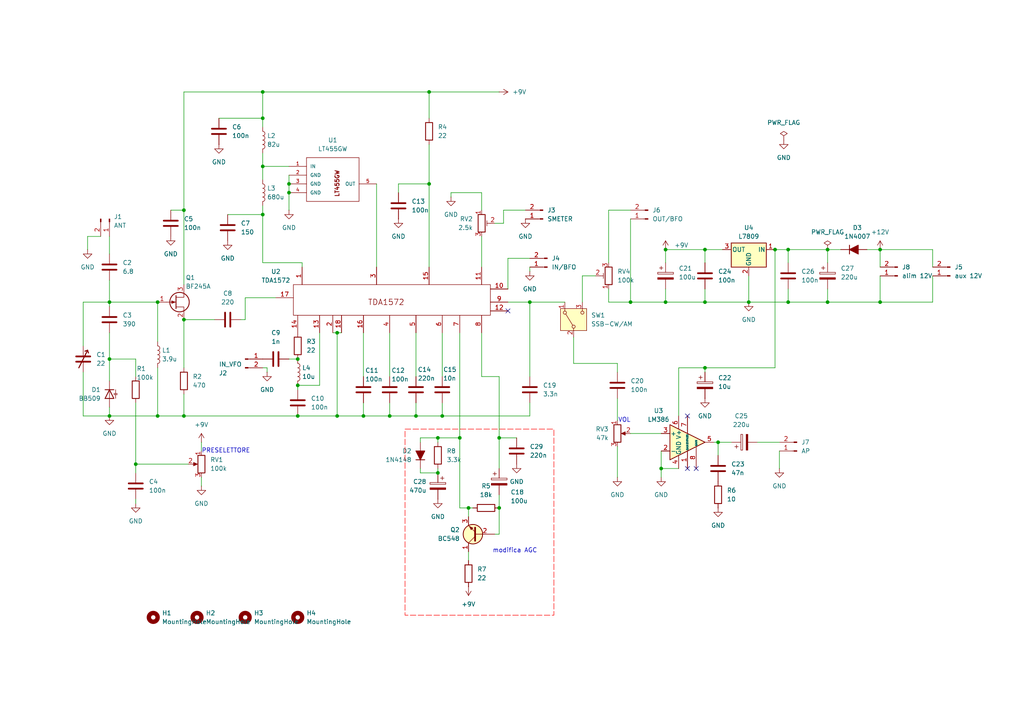
<source format=kicad_sch>
(kicad_sch (version 20250114) (generator "eeschema") (generator_version "9.0")
  (paper "A4")
  (lib_symbols
    (symbol "Amplifier_Audio:LM386" (pin_names (offset 0.127))
      (property "Reference" "U" (at 1.27 7.62 0))
      (property "Value" "LM386" (at 1.27 5.08 0))
      (symbol "LM386_1_1"
        (pin input line (at -7.62 2.54 0) (length 2.54) (name "+") (number "3"))
        (pin input line (at -7.62 -2.54 0) (length 2.54) (name "-") (number "2"))
        (pin power_in line (at -2.54 7.62 270) (length 3.81) (name "V+") (number "6"))
        (pin power_in line (at -2.54 -7.62 90) (length 3.81) (name "GND") (number "4"))
        (pin input line (at 0 7.62 270) (length 5.08) (name "BYPASS") (number "7"))
        (pin input line (at 0 -7.62 90) (length 5.08) (name "GAIN") (number "1"))
        (pin input line (at 2.54 -7.62 90) (length 6.35) (name "GAIN") (number "8"))
        (pin output line (at 7.62 0 180) (length 2.54) (name "~") (number "5"))
      )
    )
    (symbol "Connector:Conn_01x02_Pin" (pin_names (offset 1.016) (hide yes))
      (property "Reference" "J" (at 0 2.54 0))
      (property "Value" "Conn_01x02_Pin" (at 0 -5.08 0))
      (symbol "Conn_01x02_Pin_1_1"
        (pin passive line (at 5.08 0 180) (length 3.81) (name "Pin_1") (number "1"))
        (pin passive line (at 5.08 -2.54 180) (length 3.81) (name "Pin_2") (number "2"))
      )
    )
    (symbol "Device:C" (pin_numbers (hide yes)) (pin_names (offset 0.254))
      (property "Reference" "C" (at 0.635 2.54 0))
      (property "Value" "C" (at 0.635 -2.54 0))
      (symbol "C_1_1"
        (pin passive line (at 0 3.81 270) (length 2.794) (name "~") (number "1"))
        (pin passive line (at 0 -3.81 90) (length 2.794) (name "~") (number "2"))
      )
    )
    (symbol "Device:C_Polarized" (pin_numbers (hide yes)) (pin_names (offset 0.254))
      (property "Reference" "C" (at 0.635 2.54 0))
      (property "Value" "C_Polarized" (at 0.635 -2.54 0))
      (symbol "C_Polarized_1_1"
        (pin passive line (at 0 3.81 270) (length 2.794) (name "~") (number "1"))
        (pin passive line (at 0 -3.81 90) (length 2.794) (name "~") (number "2"))
      )
    )
    (symbol "Device:C_Variable" (pin_numbers (hide yes)) (pin_names (offset 0.254) (hide yes))
      (property "Reference" "C" (at 0.635 -1.905 0))
      (property "Value" "C_Variable" (at 0.635 -3.81 0))
      (symbol "C_Variable_1_1"
        (pin passive line (at 0 3.81 270) (length 3.048) (name "~") (number "1"))
        (pin passive line (at 0 -3.81 90) (length 3.048) (name "~") (number "2"))
      )
    )
    (symbol "Device:D_Capacitance" (pin_numbers (hide yes)) (pin_names (offset 1.016) (hide yes))
      (property "Reference" "D" (at 0 2.54 0))
      (property "Value" "D_Capacitance" (at 0 -3.302 0))
      (symbol "D_Capacitance_1_1"
        (pin passive line (at -3.81 0 0) (length 2.54) (name "K") (number "1"))
        (pin passive line (at 3.81 0 180) (length 2.54) (name "A") (number "2"))
      )
    )
    (symbol "Device:L" (pin_numbers (hide yes)) (pin_names (offset 1.016) (hide yes))
      (property "Reference" "L" (at -1.27 0 90))
      (property "Value" "L" (at 1.905 0 90))
      (symbol "L_1_1"
        (pin passive line (at 0 3.81 270) (length 1.27) (name "1") (number "1"))
        (pin passive line (at 0 -3.81 90) (length 1.27) (name "2") (number "2"))
      )
    )
    (symbol "Device:R" (pin_numbers (hide yes)) (pin_names (offset 0))
      (property "Reference" "R" (at 2.032 0 90))
      (property "Value" "R" (at 0 0 90))
      (symbol "R_1_1"
        (pin passive line (at 0 3.81 270) (length 1.27) (name "~") (number "1"))
        (pin passive line (at 0 -3.81 90) (length 1.27) (name "~") (number "2"))
      )
    )
    (symbol "Device:R_Potentiometer" (pin_names (offset 1.016) (hide yes))
      (property "Reference" "RV" (at -4.445 0 90))
      (property "Value" "R_Potentiometer" (at -2.54 0 90))
      (symbol "R_Potentiometer_1_1"
        (pin passive line (at 0 3.81 270) (length 1.27) (name "1") (number "1"))
        (pin passive line (at 0 -3.81 90) (length 1.27) (name "3") (number "3"))
        (pin passive line (at 3.81 0 180) (length 1.27) (name "2") (number "2"))
      )
    )
    (symbol "Device:R_Potentiometer_Trim" (pin_names (offset 1.016) (hide yes))
      (property "Reference" "RV" (at -4.445 0 90))
      (property "Value" "R_Potentiometer_Trim" (at -2.54 0 90))
      (symbol "R_Potentiometer_Trim_1_1"
        (pin passive line (at 0 3.81 270) (length 1.27) (name "1") (number "1"))
        (pin passive line (at 0 -3.81 90) (length 1.27) (name "3") (number "3"))
        (pin passive line (at 3.81 0 180) (length 1.27) (name "2") (number "2"))
      )
    )
    (symbol "Mechanical:MountingHole" (pin_names (offset 1.016)) (exclude_from_sim yes) (in_bom no)
      (property "Reference" "H" (at 0 5.08 0))
      (property "Value" "MountingHole" (at 0 3.175 0))
    )
    (symbol "PCM_Diode_AKL:1N4007" (pin_numbers (hide yes)) (pin_names (offset 1.016) (hide yes))
      (property "Reference" "D" (at 0 5.08 0))
      (property "Value" "1N4007" (at 0 2.54 0))
      (symbol "1N4007_1_1"
        (pin passive line (at -3.81 0 0) (length 2.54) (name "A") (number "2"))
        (pin passive line (at 3.81 0 180) (length 2.54) (name "K") (number "1"))
      )
      (symbol "1N4007_1_2"
        (pin passive line (at -2.54 -2.54 0) (length 0) (name "A") (number "2"))
        (pin passive line (at 2.54 2.54 180) (length 0) (name "K") (number "1"))
      )
    )
    (symbol "PCM_Diode_AKL:1N4148" (pin_numbers (hide yes)) (pin_names (offset 1.016) (hide yes))
      (property "Reference" "D" (at 0 5.08 0))
      (property "Value" "1N4148" (at 0 2.54 0))
      (symbol "1N4148_1_1"
        (pin passive line (at -3.81 0 0) (length 2.54) (name "A") (number "2"))
        (pin passive line (at 3.81 0 180) (length 2.54) (name "K") (number "1"))
      )
      (symbol "1N4148_1_2"
        (pin passive line (at -2.54 -2.54 0) (length 0) (name "A") (number "2"))
        (pin passive line (at 2.54 2.54 180) (length 0) (name "K") (number "1"))
      )
    )
    (symbol "PCM_Transistor_BJT_AKL:BC548" (pin_names (hide yes))
      (property "Reference" "Q" (at 5.08 1.27 0))
      (property "Value" "BC548" (at 5.08 -1.27 0))
      (symbol "BC548_1_1"
        (pin input line (at -5.08 0 0) (length 5.715) (name "B") (number "2"))
        (pin passive line (at 2.54 5.08 270) (length 2.54) (name "C") (number "1"))
        (pin passive line (at 2.54 -5.08 90) (length 2.54) (name "E") (number "3"))
      )
    )
    (symbol "Regulator_Linear:L7809" (pin_names (offset 0.254))
      (property "Reference" "U" (at -3.81 3.175 0))
      (property "Value" "L7809" (at 0 3.175 0))
      (symbol "L7809_1_1"
        (pin power_in line (at -7.62 0 0) (length 2.54) (name "IN") (number "1"))
        (pin power_in line (at 0 -7.62 90) (length 2.54) (name "GND") (number "2"))
        (pin power_out line (at 7.62 0 180) (length 2.54) (name "OUT") (number "3"))
      )
    )
    (symbol "Switch:SW_SPDT" (pin_names (offset 0) (hide yes))
      (property "Reference" "SW" (at 0 5.08 0))
      (property "Value" "SW_SPDT" (at 0 -5.08 0))
      (symbol "SW_SPDT_1_1"
        (pin passive line (at -5.08 0 0) (length 2.54) (name "B") (number "2"))
        (pin passive line (at 5.08 2.54 180) (length 2.54) (name "A") (number "1"))
        (pin passive line (at 5.08 -2.54 180) (length 2.54) (name "C") (number "3"))
      )
    )
    (symbol "Transistor_FET:BF245A" (pin_names (hide yes))
      (property "Reference" "Q" (at 5.08 1.905 0))
      (property "Value" "BF245A" (at 5.08 0 0))
      (symbol "BF245A_1_1"
        (pin input line (at -5.08 0 0) (length 2.54) (name "G") (number "1"))
        (pin passive line (at 2.54 5.08 270) (length 2.54) (name "D") (number "3"))
        (pin passive line (at 2.54 -5.08 90) (length 2.54) (name "S") (number "2"))
      )
    )
    (symbol "kicad_Filtri455_1:LT455GW" (pin_names (offset 1.016))
      (property "Reference" "U" (at 0 10.16 0))
      (property "Value" "LT455GW" (at 0 15.24 0))
      (symbol "LT455GW_1_1"
        (text "LT455GW" (at 1.27 -3.81 900) (effects (font (size 1.1684 1.1684) (bold yes)) (justify left)))
        (pin input line (at -12.7 5.08 0) (length 5.08) (name "IN") (number "1"))
        (pin input line (at -12.7 2.54 0) (length 5.08) (name "GND") (number "2"))
        (pin input line (at -12.7 0 0) (length 5.08) (name "GND") (number "3"))
        (pin input line (at -12.7 -2.54 0) (length 5.08) (name "GND") (number "4"))
        (pin input line (at 12.7 0 180) (length 5.08) (name "OUT") (number "5"))
      )
    )
    (symbol "kicad_TDA1572:TDA1572" (pin_names (offset 1.016) (hide yes))
      (property "Reference" "U1" (at -35.56 7.5886 0))
      (property "Value" "TDA1572" (at -35.56 5.0486 0))
      (symbol "TDA1572_1_1"
        (text "TDA1572" (at -8.89 -1.27 0) (effects (font (size 1.6256 1.6256)) (justify left)))
        (pin input line (at -35.56 0 0) (length 5.08) (name "17") (number "17"))
        (pin input line (at -29.21 -10.16 90) (length 5.08) (name "14") (number "14"))
        (pin input line (at -27.94 8.89 270) (length 5.08) (name "1") (number "1"))
        (pin input line (at -22.86 -10.16 90) (length 5.08) (name "13") (number "13"))
        (pin input line (at -19.05 -10.16 90) (length 5.08) (name "2") (number "2"))
        (pin input line (at -16.51 -10.16 90) (length 5.08) (name "18") (number "18"))
        (pin input line (at -10.16 -10.16 90) (length 5.08) (name "16") (number "16"))
        (pin input line (at -6.35 8.89 270) (length 5.08) (name "3") (number "3"))
        (pin input line (at -2.54 -10.16 90) (length 5.08) (name "4") (number "4"))
        (pin input line (at 5.08 -10.16 90) (length 5.08) (name "5") (number "5"))
        (pin input line (at 8.89 8.89 270) (length 5.08) (name "15") (number "15"))
        (pin input line (at 12.7 -10.16 90) (length 5.08) (name "6") (number "6"))
        (pin input line (at 17.78 -10.16 90) (length 5.08) (name "7") (number "7"))
        (pin input line (at 24.13 8.89 270) (length 5.08) (name "11") (number "11"))
        (pin input line (at 24.13 -10.16 90) (length 5.08) (name "8") (number "8"))
        (pin input line (at 31.75 2.54 180) (length 5.08) (name "10") (number "10"))
        (pin input line (at 31.75 -1.27 180) (length 5.08) (name "9") (number "9"))
        (pin input line (at 31.75 -3.81 180) (length 5.08) (name "12") (number "12"))
      )
    )
    (symbol "power:+12V" (power) (pin_numbers (hide yes)) (pin_names (offset 0) (hide yes))
      (property "Value" "+12V" (at 0 3.556 0))
      (symbol "+12V_1_1"
        (pin power_in line (at 0 0 90) (length 0) (name "~") (number "1"))
      )
    )
    (symbol "power:+9V" (power) (pin_numbers (hide yes)) (pin_names (offset 0) (hide yes))
      (property "Value" "+9V" (at 0 3.556 0))
      (symbol "+9V_1_1"
        (pin power_in line (at 0 0 90) (length 0) (name "~") (number "1"))
      )
    )
    (symbol "power:GND" (power) (pin_numbers (hide yes)) (pin_names (offset 0) (hide yes))
      (property "Value" "GND" (at 0 -3.81 0))
      (symbol "GND_1_1"
        (pin power_in line (at 0 0 270) (length 0) (name "~") (number "1"))
      )
    )
    (symbol "power:PWR_FLAG" (power) (pin_numbers (hide yes)) (pin_names (offset 0) (hide yes))
      (property "Value" "PWR_FLAG" (at 0 3.81 0))
      (symbol "PWR_FLAG_0_0"
        (pin power_out line (at 0 0 90) (length 0) (name "~") (number "1"))
      )
    )
  )
  (rectangle (start 117.475 124.46) (end 160.655 178.435) (stroke (width 0) (type dash) (color 255 0 0 1)))
  (text "modifica AGC" (at 149.352 159.766 0) (effects (font (size 1.27 1.27))))
  (text "PRESELETTORE" (at 65.532 130.81 0) (effects (font (size 1.27 1.27))))
  (text "VOL" (at 181.102 121.92 0) (effects (font (size 1.27 1.27))))
  (junction (at 193.04 72.39))
  (junction (at 97.79 120.65))
  (junction (at 53.34 60.96))
  (junction (at 204.47 72.39))
  (junction (at 45.72 87.63))
  (junction (at 240.03 72.39))
  (junction (at 31.75 104.14))
  (junction (at 224.79 72.39))
  (junction (at 76.2 48.26))
  (junction (at 217.17 87.63))
  (junction (at 31.75 87.63))
  (junction (at 31.75 120.65))
  (junction (at 86.36 111.76))
  (junction (at 124.46 53.34))
  (junction (at 135.89 147.32))
  (junction (at 191.77 135.89))
  (junction (at 204.47 106.68))
  (junction (at 86.36 104.14))
  (junction (at 240.03 87.63))
  (junction (at 204.47 87.63))
  (junction (at 208.28 128.27))
  (junction (at 128.27 120.65))
  (junction (at 53.34 120.65))
  (junction (at 124.46 26.67))
  (junction (at 127 137.16))
  (junction (at 76.2 34.29))
  (junction (at 76.2 26.67))
  (junction (at 228.6 87.63))
  (junction (at 120.65 120.65))
  (junction (at 45.72 120.65))
  (junction (at 83.82 53.34))
  (junction (at 193.04 87.63))
  (junction (at 83.82 55.88))
  (junction (at 144.78 147.32))
  (junction (at 255.27 87.63))
  (junction (at 255.27 72.39))
  (junction (at 97.79 96.52))
  (junction (at 133.35 127))
  (junction (at 228.6 72.39))
  (junction (at 39.37 134.62))
  (junction (at 153.67 87.63))
  (junction (at 144.78 127))
  (junction (at 127 127))
  (junction (at 105.41 120.65))
  (junction (at 53.34 92.71))
  (junction (at 113.03 120.65))
  (junction (at 86.36 120.65))
  (junction (at 182.88 87.63))
  (junction (at 76.2 62.23))
  (no_connect (at 147.32 90.17))
  (no_connect (at 201.93 135.89))
  (no_connect (at 199.39 135.89))
  (no_connect (at 199.39 120.65))
  (wire (pts (xy 76.2 76.2) (xy 76.2 62.23)))
  (wire (pts (xy 166.37 97.79) (xy 166.37 105.41)))
  (wire (pts (xy 139.7 68.58) (xy 139.7 77.47)))
  (wire (pts (xy 176.53 83.82) (xy 176.53 87.63)))
  (wire (pts (xy 128.27 116.84) (xy 128.27 120.65)))
  (wire (pts (xy 66.04 62.23) (xy 76.2 62.23)))
  (wire (pts (xy 31.75 96.52) (xy 31.75 104.14)))
  (wire (pts (xy 113.03 96.52) (xy 113.03 109.22)))
  (wire (pts (xy 204.47 72.39) (xy 204.47 76.2)))
  (wire (pts (xy 176.53 87.63) (xy 182.88 87.63)))
  (wire (pts (xy 24.13 87.63) (xy 31.75 87.63)))
  (wire (pts (xy 39.37 134.62) (xy 39.37 137.16)))
  (wire (pts (xy 76.2 26.67) (xy 76.2 34.29)))
  (wire (pts (xy 153.67 116.84) (xy 153.67 120.65)))
  (wire (pts (xy 115.57 53.34) (xy 124.46 53.34)))
  (wire (pts (xy 76.2 44.45) (xy 76.2 48.26)))
  (wire (pts (xy 124.46 34.29) (xy 124.46 26.67)))
  (wire (pts (xy 115.57 55.88) (xy 115.57 53.34)))
  (wire (pts (xy 179.07 138.43) (xy 179.07 129.54)))
  (wire (pts (xy 153.67 87.63) (xy 163.83 87.63)))
  (wire (pts (xy 124.46 26.67) (xy 144.78 26.67)))
  (wire (pts (xy 144.78 143.51) (xy 144.78 147.32)))
  (wire (pts (xy 39.37 104.14) (xy 39.37 109.22)))
  (wire (pts (xy 240.03 72.39) (xy 240.03 76.2)))
  (wire (pts (xy 204.47 72.39) (xy 209.55 72.39)))
  (wire (pts (xy 53.34 120.65) (xy 86.36 120.65)))
  (wire (pts (xy 39.37 144.78) (xy 39.37 146.05)))
  (wire (pts (xy 53.34 82.55) (xy 53.34 60.96)))
  (wire (pts (xy 45.72 120.65) (xy 53.34 120.65)))
  (wire (pts (xy 204.47 106.68) (xy 224.79 106.68)))
  (wire (pts (xy 25.4 72.39) (xy 25.4 68.58)))
  (wire (pts (xy 31.75 104.14) (xy 39.37 104.14)))
  (wire (pts (xy 127 127) (xy 133.35 127)))
  (wire (pts (xy 144.78 147.32) (xy 144.78 154.94)))
  (wire (pts (xy 53.34 114.3) (xy 53.34 120.65)))
  (wire (pts (xy 193.04 87.63) (xy 204.47 87.63)))
  (wire (pts (xy 182.88 87.63) (xy 193.04 87.63)))
  (wire (pts (xy 130.81 55.88) (xy 130.81 57.15)))
  (wire (pts (xy 133.35 96.52) (xy 133.35 127)))
  (wire (pts (xy 191.77 135.89) (xy 191.77 138.43)))
  (wire (pts (xy 77.47 107.95) (xy 77.47 106.68)))
  (wire (pts (xy 76.2 26.67) (xy 124.46 26.67)))
  (wire (pts (xy 24.13 107.95) (xy 24.13 120.65)))
  (wire (pts (xy 224.79 72.39) (xy 228.6 72.39)))
  (wire (pts (xy 191.77 130.81) (xy 191.77 135.89)))
  (wire (pts (xy 76.2 48.26) (xy 76.2 52.07)))
  (wire (pts (xy 153.67 78.74) (xy 153.67 77.47)))
  (wire (pts (xy 127 128.27) (xy 127 127)))
  (wire (pts (xy 45.72 120.65) (xy 31.75 120.65)))
  (wire (pts (xy 146.05 60.96) (xy 152.4 60.96)))
  (wire (pts (xy 124.46 41.91) (xy 124.46 53.34)))
  (wire (pts (xy 97.79 96.52) (xy 99.06 96.52)))
  (wire (pts (xy 228.6 87.63) (xy 240.03 87.63)))
  (wire (pts (xy 31.75 81.28) (xy 31.75 87.63)))
  (wire (pts (xy 168.91 80.01) (xy 172.72 80.01)))
  (wire (pts (xy 179.07 105.41) (xy 179.07 107.95)))
  (wire (pts (xy 179.07 115.57) (xy 179.07 121.92)))
  (wire (pts (xy 124.46 53.34) (xy 124.46 77.47)))
  (wire (pts (xy 45.72 87.63) (xy 31.75 87.63)))
  (wire (pts (xy 121.92 137.16) (xy 127 137.16)))
  (wire (pts (xy 120.65 120.65) (xy 128.27 120.65)))
  (wire (pts (xy 86.36 120.65) (xy 97.79 120.65)))
  (wire (pts (xy 24.13 100.33) (xy 24.13 87.63)))
  (wire (pts (xy 144.78 127) (xy 149.86 127)))
  (wire (pts (xy 133.35 127) (xy 133.35 147.32)))
  (wire (pts (xy 204.47 87.63) (xy 217.17 87.63)))
  (wire (pts (xy 121.92 128.27) (xy 121.92 127)))
  (wire (pts (xy 193.04 72.39) (xy 204.47 72.39)))
  (wire (pts (xy 139.7 96.52) (xy 139.7 109.22)))
  (wire (pts (xy 120.65 96.52) (xy 120.65 109.22)))
  (wire (pts (xy 240.03 87.63) (xy 255.27 87.63)))
  (wire (pts (xy 196.85 106.68) (xy 196.85 120.65)))
  (wire (pts (xy 24.13 120.65) (xy 31.75 120.65)))
  (wire (pts (xy 58.42 128.27) (xy 58.42 130.81)))
  (wire (pts (xy 146.05 64.77) (xy 143.51 64.77)))
  (wire (pts (xy 53.34 60.96) (xy 53.34 26.67)))
  (wire (pts (xy 217.17 87.63) (xy 228.6 87.63)))
  (wire (pts (xy 226.06 135.89) (xy 226.06 130.81)))
  (wire (pts (xy 113.03 116.84) (xy 113.03 120.65)))
  (wire (pts (xy 97.79 96.52) (xy 97.79 120.65)))
  (wire (pts (xy 135.89 160.02) (xy 135.89 162.56)))
  (wire (pts (xy 270.51 87.63) (xy 255.27 87.63)))
  (wire (pts (xy 191.77 135.89) (xy 196.85 135.89)))
  (wire (pts (xy 31.75 87.63) (xy 31.75 88.9)))
  (wire (pts (xy 83.82 104.14) (xy 86.36 104.14)))
  (wire (pts (xy 39.37 116.84) (xy 39.37 134.62)))
  (wire (pts (xy 204.47 83.82) (xy 204.47 87.63)))
  (wire (pts (xy 96.52 96.52) (xy 97.79 96.52)))
  (wire (pts (xy 228.6 72.39) (xy 228.6 76.2)))
  (wire (pts (xy 63.5 34.29) (xy 76.2 34.29)))
  (wire (pts (xy 86.36 111.76) (xy 92.71 111.76)))
  (wire (pts (xy 182.88 63.5) (xy 182.88 87.63)))
  (wire (pts (xy 128.27 120.65) (xy 153.67 120.65)))
  (wire (pts (xy 204.47 106.68) (xy 196.85 106.68)))
  (wire (pts (xy 86.36 111.76) (xy 86.36 113.03)))
  (wire (pts (xy 139.7 60.96) (xy 139.7 55.88)))
  (wire (pts (xy 83.82 60.96) (xy 83.82 55.88)))
  (wire (pts (xy 208.28 128.27) (xy 208.28 132.08)))
  (wire (pts (xy 144.78 109.22) (xy 144.78 127)))
  (wire (pts (xy 31.75 68.58) (xy 31.75 73.66)))
  (wire (pts (xy 176.53 60.96) (xy 176.53 76.2)))
  (wire (pts (xy 77.47 106.68) (xy 76.2 106.68)))
  (wire (pts (xy 92.71 96.52) (xy 92.71 111.76)))
  (wire (pts (xy 69.85 92.71) (xy 71.12 92.71)))
  (wire (pts (xy 128.27 96.52) (xy 128.27 109.22)))
  (wire (pts (xy 204.47 107.95) (xy 204.47 106.68)))
  (wire (pts (xy 121.92 127) (xy 127 127)))
  (wire (pts (xy 217.17 80.01) (xy 217.17 87.63)))
  (wire (pts (xy 39.37 134.62) (xy 54.61 134.62)))
  (wire (pts (xy 153.67 87.63) (xy 153.67 109.22)))
  (wire (pts (xy 144.78 127) (xy 144.78 135.89)))
  (wire (pts (xy 135.89 147.32) (xy 135.89 149.86)))
  (wire (pts (xy 228.6 83.82) (xy 228.6 87.63)))
  (wire (pts (xy 121.92 135.89) (xy 121.92 137.16)))
  (wire (pts (xy 139.7 55.88) (xy 130.81 55.88)))
  (wire (pts (xy 228.6 72.39) (xy 240.03 72.39)))
  (wire (pts (xy 240.03 72.39) (xy 243.84 72.39)))
  (wire (pts (xy 45.72 106.68) (xy 45.72 120.65)))
  (wire (pts (xy 224.79 106.68) (xy 224.79 72.39)))
  (wire (pts (xy 207.01 128.27) (xy 208.28 128.27)))
  (wire (pts (xy 127 135.89) (xy 127 137.16)))
  (wire (pts (xy 105.41 116.84) (xy 105.41 120.65)))
  (wire (pts (xy 76.2 48.26) (xy 83.82 48.26)))
  (wire (pts (xy 87.63 77.47) (xy 87.63 76.2)))
  (wire (pts (xy 193.04 72.39) (xy 193.04 76.2)))
  (wire (pts (xy 226.06 128.27) (xy 219.71 128.27)))
  (wire (pts (xy 113.03 120.65) (xy 120.65 120.65)))
  (wire (pts (xy 76.2 34.29) (xy 76.2 36.83)))
  (wire (pts (xy 193.04 83.82) (xy 193.04 87.63)))
  (wire (pts (xy 83.82 53.34) (xy 83.82 55.88)))
  (wire (pts (xy 139.7 109.22) (xy 144.78 109.22)))
  (wire (pts (xy 53.34 26.67) (xy 76.2 26.67)))
  (wire (pts (xy 146.05 64.77) (xy 146.05 60.96)))
  (wire (pts (xy 53.34 92.71) (xy 53.34 106.68)))
  (wire (pts (xy 53.34 92.71) (xy 62.23 92.71)))
  (wire (pts (xy 208.28 128.27) (xy 212.09 128.27)))
  (wire (pts (xy 166.37 105.41) (xy 179.07 105.41)))
  (wire (pts (xy 87.63 76.2) (xy 76.2 76.2)))
  (wire (pts (xy 71.12 92.71) (xy 71.12 86.36)))
  (wire (pts (xy 105.41 96.52) (xy 105.41 109.22)))
  (wire (pts (xy 251.46 72.39) (xy 255.27 72.39)))
  (wire (pts (xy 168.91 87.63) (xy 168.91 80.01)))
  (wire (pts (xy 270.51 77.47) (xy 270.51 72.39)))
  (wire (pts (xy 31.75 120.65) (xy 31.75 118.11)))
  (wire (pts (xy 270.51 72.39) (xy 255.27 72.39)))
  (wire (pts (xy 109.22 53.34) (xy 109.22 77.47)))
  (wire (pts (xy 182.88 125.73) (xy 191.77 125.73)))
  (wire (pts (xy 49.53 60.96) (xy 53.34 60.96)))
  (wire (pts (xy 58.42 138.43) (xy 58.42 140.97)))
  (wire (pts (xy 255.27 72.39) (xy 255.27 77.47)))
  (wire (pts (xy 153.67 74.93) (xy 147.32 74.93)))
  (wire (pts (xy 240.03 87.63) (xy 240.03 83.82)))
  (wire (pts (xy 133.35 147.32) (xy 135.89 147.32)))
  (wire (pts (xy 120.65 116.84) (xy 120.65 120.65)))
  (wire (pts (xy 97.79 120.65) (xy 105.41 120.65)))
  (wire (pts (xy 71.12 86.36) (xy 80.01 86.36)))
  (wire (pts (xy 83.82 50.8) (xy 83.82 53.34)))
  (wire (pts (xy 25.4 68.58) (xy 29.21 68.58)))
  (wire (pts (xy 147.32 74.93) (xy 147.32 83.82)))
  (wire (pts (xy 144.78 154.94) (xy 143.51 154.94)))
  (wire (pts (xy 45.72 87.63) (xy 45.72 99.06)))
  (wire (pts (xy 182.88 60.96) (xy 176.53 60.96)))
  (wire (pts (xy 76.2 59.69) (xy 76.2 62.23)))
  (wire (pts (xy 270.51 80.01) (xy 270.51 87.63)))
  (wire (pts (xy 31.75 104.14) (xy 31.75 110.49)))
  (wire (pts (xy 147.32 87.63) (xy 153.67 87.63)))
  (wire (pts (xy 255.27 80.01) (xy 255.27 87.63)))
  (wire (pts (xy 105.41 120.65) (xy 113.03 120.65)))
  (wire (pts (xy 137.16 147.32) (xy 135.89 147.32)))
  (symbol (lib_id "kicad_Filtri455_1:LT455GW") (at 96.52 53.34 0) (unit 1)
    (property "Reference" "U1" (at 96.52 40.64 0))
    (property "Value" "LT455GW" (at 96.52 43.18 0))
    (property "Footprint" "kicad_Filtri455_1:CFW455IT" (effects (hide yes)))
    (property "uuid" "std:e6ded330e0904479973b3006a3b7c82a" (effects (hide yes)))
  )
  (symbol (lib_id "Device:C") (at 204.47 80.01 0) (unit 1)
    (property "Reference" "C24" (at 208.28 78.7399 0) (effects (justify left)))
    (property "Value" "100n" (at 208.28 81.2799 0) (effects (justify left)))
    (property "Footprint" "Capacitor_THT:C_Rect_L9.0mm_W3.4mm_P7.50mm_MKT" (effects (hide yes)))
    (property "Description" "Unpolarized capacitor" (effects (hide yes)))
  )
  (symbol (lib_id "PCM_Diode_AKL:1N4148") (at 121.92 132.08 90) (mirror x) (unit 1)
    (property "Reference" "D2" (at 119.38 130.8099 90) (effects (justify left)))
    (property "Value" "1N4148" (at 119.38 133.3499 90) (effects (justify left)))
    (property "Footprint" "PCM_Diode_THT_AKL:D_DO-35_SOD27_P7.62mm_Horizontal" (effects (hide yes)))
    (property "Datasheet" "https://datasheet.octopart.com/1N4148TR-ON-Semiconductor-datasheet-42765246.pdf" (effects (hide yes)))
    (property "Description" "DO-35 Diode, Small Signal, Fast Switching, 75V, 150mA, 4ns, Alternate KiCad Library" (effects (hide yes)))
  )
  (symbol (lib_id "Device:R") (at 86.36 100.33 0) (unit 1)
    (property "Reference" "R3" (at 88.9 99.0599 0) (effects (justify left)))
    (property "Value" "22" (at 88.9 101.5999 0) (effects (justify left)))
    (property "Footprint" "Resistor_THT:R_Axial_DIN0207_L6.3mm_D2.5mm_P10.16mm_Horizontal" (effects (hide yes)))
    (property "Description" "Resistor" (effects (hide yes)))
  )
  (symbol (lib_id "power:GND") (at 49.53 68.58 0) (unit 1)
    (property "Reference" "#PWR04" (effects (hide yes)))
    (property "Value" "GND" (at 49.53 73.66 0))
    (property "Description" "Power symbol creates a global label with name \"GND\" , ground" (effects (hide yes)))
  )
  (symbol (lib_id "Device:C") (at 31.75 77.47 0) (unit 1)
    (property "Reference" "C2" (at 35.56 76.1999 0) (effects (justify left)))
    (property "Value" "6.8" (at 35.56 78.7399 0) (effects (justify left)))
    (property "Footprint" "Capacitor_THT:C_Rect_L9.0mm_W3.4mm_P7.50mm_MKT" (effects (hide yes)))
    (property "Description" "Unpolarized capacitor" (effects (hide yes)))
  )
  (symbol (lib_id "Connector:Conn_01x02_Pin") (at 231.14 130.81 180) (unit 1)
    (property "Reference" "J7" (at 232.41 128.2699 0) (effects (justify right)))
    (property "Value" "AP" (at 232.41 130.8099 0) (effects (justify right)))
    (property "Footprint" "Connector_PinHeader_2.54mm:PinHeader_1x02_P2.54mm_Vertical" (effects (hide yes)))
    (property "Description" "Generic connector, single row, 01x02, script generated" (effects (hide yes)))
  )
  (symbol (lib_id "Device:C") (at 49.53 64.77 0) (unit 1)
    (property "Reference" "C5" (at 53.34 63.4999 0) (effects (justify left)))
    (property "Value" "100n" (at 53.34 66.0399 0) (effects (justify left)))
    (property "Footprint" "Capacitor_THT:C_Rect_L9.0mm_W3.4mm_P7.50mm_MKT" (effects (hide yes)))
    (property "Description" "Unpolarized capacitor" (effects (hide yes)))
  )
  (symbol (lib_id "Device:C") (at 66.04 66.04 0) (unit 1)
    (property "Reference" "C7" (at 69.85 64.7699 0) (effects (justify left)))
    (property "Value" "150" (at 69.85 67.3099 0) (effects (justify left)))
    (property "Footprint" "Capacitor_THT:C_Rect_L9.0mm_W3.4mm_P7.50mm_MKT" (effects (hide yes)))
    (property "Description" "Unpolarized capacitor" (effects (hide yes)))
  )
  (symbol (lib_id "Device:R_Potentiometer") (at 58.42 134.62 0) (mirror y) (unit 1)
    (property "Reference" "RV1" (at 60.96 133.3499 0) (effects (justify right)))
    (property "Value" "100k" (at 60.96 135.8899 0) (effects (justify right)))
    (property "Footprint" "Potentiometer_THT:Potentiometer_Piher_PT-15-H01_Horizontal" (effects (hide yes)))
    (property "Description" "Potentiometer" (effects (hide yes)))
  )
  (symbol (lib_id "power:GND") (at 153.67 78.74 0) (unit 1)
    (property "Reference" "#PWR015" (effects (hide yes)))
    (property "Value" "GND" (at 153.67 83.82 0))
    (property "Description" "Power symbol creates a global label with name \"GND\" , ground" (effects (hide yes)))
  )
  (symbol (lib_id "power:GND") (at 25.4 72.39 0) (unit 1)
    (property "Reference" "#PWR01" (effects (hide yes)))
    (property "Value" "GND" (at 25.4 77.47 0))
    (property "Description" "Power symbol creates a global label with name \"GND\" , ground" (effects (hide yes)))
  )
  (symbol (lib_id "Switch:SW_SPDT") (at 166.37 92.71 90) (unit 1)
    (property "Reference" "SW1" (at 171.45 91.4399 90) (effects (justify right)))
    (property "Value" "SSB-CW/AM" (at 171.45 93.9799 90) (effects (justify right)))
    (property "Footprint" "Connector_PinHeader_2.54mm:PinHeader_1x03_P2.54mm_Vertical" (effects (hide yes)))
    (property "Description" "Switch, single pole double throw" (effects (hide yes)))
  )
  (symbol (lib_id "power:GND") (at 66.04 69.85 0) (unit 1)
    (property "Reference" "#PWR08" (effects (hide yes)))
    (property "Value" "GND" (at 66.04 74.93 0))
    (property "Description" "Power symbol creates a global label with name \"GND\" , ground" (effects (hide yes)))
  )
  (symbol (lib_id "Mechanical:MountingHole") (at 44.45 179.07 0) (unit 1) (exclude_from_sim yes) (in_bom no)
    (property "Reference" "H1" (at 46.99 177.7999 0) (effects (justify left)))
    (property "Value" "MountingHole" (at 46.99 180.3399 0) (effects (justify left)))
    (property "Footprint" "MountingHole:MountingHole_2.5mm_Pad" (effects (hide yes)))
    (property "Description" "Mounting Hole without connection" (effects (hide yes)))
  )
  (symbol (lib_id "power:GND") (at 130.81 57.15 0) (unit 1)
    (property "Reference" "#PWR012" (effects (hide yes)))
    (property "Value" "GND" (at 130.81 62.23 0))
    (property "Description" "Power symbol creates a global label with name \"GND\" , ground" (effects (hide yes)))
  )
  (symbol (lib_id "Mechanical:MountingHole") (at 86.36 179.07 0) (unit 1) (exclude_from_sim yes) (in_bom no)
    (property "Reference" "H4" (at 88.9 177.7999 0) (effects (justify left)))
    (property "Value" "MountingHole" (at 88.9 180.3399 0) (effects (justify left)))
    (property "Footprint" "MountingHole:MountingHole_2.5mm_Pad" (effects (hide yes)))
    (property "Description" "Mounting Hole without connection" (effects (hide yes)))
  )
  (symbol (lib_id "power:+9V") (at 193.04 72.39 0) (unit 1)
    (property "Reference" "#PWR018" (effects (hide yes)))
    (property "Value" "+9V" (at 195.58 71.1199 0) (effects (justify left)))
    (property "Description" "Power symbol creates a global label with name \"+9V\"" (effects (hide yes)))
  )
  (symbol (lib_id "Device:C") (at 63.5 38.1 0) (unit 1)
    (property "Reference" "C6" (at 67.31 36.8299 0) (effects (justify left)))
    (property "Value" "100n" (at 67.31 39.3699 0) (effects (justify left)))
    (property "Footprint" "Capacitor_THT:C_Rect_L9.0mm_W3.4mm_P7.50mm_MKT" (effects (hide yes)))
    (property "Description" "Unpolarized capacitor" (effects (hide yes)))
  )
  (symbol (lib_id "Device:R") (at 135.89 166.37 180) (unit 1)
    (property "Reference" "R7" (at 138.43 165.0999 0) (effects (justify right)))
    (property "Value" "22" (at 138.43 167.6399 0) (effects (justify right)))
    (property "Footprint" "Resistor_THT:R_Axial_DIN0207_L6.3mm_D2.5mm_P10.16mm_Horizontal" (effects (hide yes)))
    (property "Description" "Resistor" (effects (hide yes)))
  )
  (symbol (lib_id "Device:C_Polarized") (at 240.03 80.01 0) (unit 1)
    (property "Reference" "C27" (at 243.84 77.8509 0) (effects (justify left)))
    (property "Value" "220u" (at 243.84 80.3909 0) (effects (justify left)))
    (property "Footprint" "Capacitor_THT:CP_Radial_D8.0mm_P5.00mm" (effects (hide yes)))
    (property "Description" "Polarized capacitor" (effects (hide yes)))
  )
  (symbol (lib_id "Device:R") (at 140.97 147.32 90) (unit 1)
    (property "Reference" "R5" (at 140.97 140.97 90))
    (property "Value" "18k" (at 140.97 143.51 90))
    (property "Footprint" "Resistor_THT:R_Axial_DIN0207_L6.3mm_D2.5mm_P10.16mm_Horizontal" (effects (hide yes)))
    (property "Description" "Resistor" (effects (hide yes)))
  )
  (symbol (lib_id "Device:L") (at 76.2 55.88 0) (unit 1)
    (property "Reference" "L3" (at 77.47 54.6099 0) (effects (justify left)))
    (property "Value" "680u" (at 77.47 57.1499 0) (effects (justify left)))
    (property "Footprint" "Inductor_THT:L_Axial_L7.0mm_D3.3mm_P12.70mm_Horizontal_Fastron_MICC" (effects (hide yes)))
    (property "Description" "Inductor" (effects (hide yes)))
  )
  (symbol (lib_id "power:GND") (at 58.42 140.97 0) (unit 1)
    (property "Reference" "#PWR06" (effects (hide yes)))
    (property "Value" "GND" (at 58.42 146.05 0))
    (property "Description" "Power symbol creates a global label with name \"GND\" , ground" (effects (hide yes)))
  )
  (symbol (lib_id "power:GND") (at 152.4 63.5 0) (unit 1)
    (property "Reference" "#PWR014" (effects (hide yes)))
    (property "Value" "GND" (at 152.4 68.58 0))
    (property "Description" "Power symbol creates a global label with name \"GND\" , ground" (effects (hide yes)))
  )
  (symbol (lib_id "power:GND") (at 226.06 135.89 0) (unit 1)
    (property "Reference" "#PWR022" (effects (hide yes)))
    (property "Value" "GND" (at 226.06 140.97 0))
    (property "Description" "Power symbol creates a global label with name \"GND\" , ground" (effects (hide yes)))
  )
  (symbol (lib_id "power:+12V") (at 255.27 72.39 0) (unit 1)
    (property "Reference" "#PWR024" (effects (hide yes)))
    (property "Value" "+12V" (at 255.27 67.31 0))
    (property "Description" "Power symbol creates a global label with name \"+12V\"" (effects (hide yes)))
  )
  (symbol (lib_id "Device:R") (at 208.28 143.51 0) (unit 1)
    (property "Reference" "R6" (at 210.82 142.2399 0) (effects (justify left)))
    (property "Value" "10" (at 210.82 144.7799 0) (effects (justify left)))
    (property "Footprint" "Resistor_THT:R_Axial_DIN0207_L6.3mm_D2.5mm_P10.16mm_Horizontal" (effects (hide yes)))
    (property "Description" "Resistor" (effects (hide yes)))
  )
  (symbol (lib_id "Device:C_Polarized") (at 127 140.97 0) (mirror y) (unit 1)
    (property "Reference" "C28" (at 123.698 139.7 0) (effects (justify left)))
    (property "Value" "470u" (at 123.698 142.24 0) (effects (justify left)))
    (property "Footprint" "Capacitor_THT:CP_Radial_D8.0mm_P5.00mm" (effects (hide yes)))
    (property "Description" "Polarized capacitor" (effects (hide yes)))
  )
  (symbol (lib_id "Connector:Conn_01x02_Pin") (at 187.96 63.5 180) (unit 1)
    (property "Reference" "J6" (at 189.23 60.9599 0) (effects (justify right)))
    (property "Value" "OUT/BFO" (at 189.23 63.4999 0) (effects (justify right)))
    (property "Footprint" "Connector_PinHeader_2.54mm:PinHeader_1x02_P2.54mm_Vertical" (effects (hide yes)))
    (property "Description" "Generic connector, single row, 01x02, script generated" (effects (hide yes)))
  )
  (symbol (lib_id "Regulator_Linear:L7809") (at 217.17 72.39 0) (mirror y) (unit 1)
    (property "Reference" "U4" (at 217.17 66.04 0))
    (property "Value" "L7809" (at 217.17 68.58 0))
    (property "Footprint" "Package_TO_SOT_THT:TO-220-3_Vertical" (effects (hide yes)))
    (property "Datasheet" "http://www.st.com/content/ccc/resource/technical/document/datasheet/41/4f/b3/b0/12/d4/47/88/CD00000444.pdf/files/CD00000444.pdf/jcr:content/translations/en.CD00000444.pdf" (effects (hide yes)))
    (property "Description" "Positive 1.5A 35V Linear Regulator, Fixed Output 9V, TO-220/TO-263/TO-252" (effects (hide yes)))
  )
  (symbol (lib_id "power:GND") (at 191.77 138.43 0) (unit 1)
    (property "Reference" "#PWR017" (effects (hide yes)))
    (property "Value" "GND" (at 191.77 143.51 0))
    (property "Description" "Power symbol creates a global label with name \"GND\" , ground" (effects (hide yes)))
  )
  (symbol (lib_id "Device:C") (at 128.27 113.03 180) (unit 1)
    (property "Reference" "C15" (at 128.524 107.188 0) (effects (justify right)))
    (property "Value" "10n" (at 128.524 109.728 0) (effects (justify right)))
    (property "Footprint" "Capacitor_THT:C_Rect_L9.0mm_W3.4mm_P7.50mm_MKT" (effects (hide yes)))
    (property "Description" "Unpolarized capacitor" (effects (hide yes)))
  )
  (symbol (lib_id "power:PWR_FLAG") (at 240.03 72.39 0) (unit 1)
    (property "Reference" "#FLG02" (effects (hide yes)))
    (property "Value" "PWR_FLAG" (at 240.03 67.31 0))
    (property "Description" "Special symbol for telling ERC where power comes from" (effects (hide yes)))
  )
  (symbol (lib_id "Device:C") (at 153.67 113.03 0) (unit 1)
    (property "Reference" "C19" (at 157.48 111.7599 0) (effects (justify left)))
    (property "Value" "3.3n" (at 157.48 114.2999 0) (effects (justify left)))
    (property "Footprint" "Capacitor_THT:C_Rect_L9.0mm_W3.4mm_P7.50mm_MKT" (effects (hide yes)))
    (property "Description" "Unpolarized capacitor" (effects (hide yes)))
  )
  (symbol (lib_id "Device:R_Potentiometer_Trim") (at 176.53 80.01 180) (unit 1)
    (property "Reference" "RV4" (at 179.07 78.7399 0) (effects (justify right)))
    (property "Value" "100k" (at 179.07 81.2799 0) (effects (justify right)))
    (property "Footprint" "Potentiometer_THT:Potentiometer_Runtron_RM-065_Vertical" (effects (hide yes)))
    (property "Description" "Trim-potentiometer" (effects (hide yes)))
  )
  (symbol (lib_id "PCM_Transistor_BJT_AKL:BC548") (at 138.43 154.94 180) (unit 1)
    (property "Reference" "Q2" (at 133.35 153.6699 0) (effects (justify left)))
    (property "Value" "BC548" (at 133.35 156.2099 0) (effects (justify left)))
    (property "Footprint" "PCM_Package_TO_SOT_THT_AKL:TO-92_Inline_Wide_CBE" (effects (hide yes)))
    (property "Datasheet" "https://www.tme.eu/Document/6c5d898a533a0762c2bc33eb26c283a8/BC546-550-DTE.pdf" (effects (hide yes)))
    (property "Description" "NPN TO-92 transistor, 30V, 100mA, 500mW, Complementary to BC558, Alternate KiCAD Library" (effects (hide yes)))
  )
  (symbol (lib_id "power:GND") (at 83.82 60.96 0) (unit 1)
    (property "Reference" "#PWR010" (effects (hide yes)))
    (property "Value" "GND" (at 83.82 66.04 0))
    (property "Description" "Power symbol creates a global label with name \"GND\" , ground" (effects (hide yes)))
  )
  (symbol (lib_id "Device:C") (at 80.01 104.14 90) (unit 1)
    (property "Reference" "C9" (at 80.01 96.52 90))
    (property "Value" "1n" (at 80.01 99.06 90))
    (property "Footprint" "Capacitor_THT:C_Rect_L9.0mm_W3.4mm_P7.50mm_MKT" (effects (hide yes)))
    (property "Description" "Unpolarized capacitor" (effects (hide yes)))
  )
  (symbol (lib_id "Device:C_Polarized") (at 144.78 139.7 0) (unit 1)
    (property "Reference" "C18" (at 148.082 142.748 0) (effects (justify left)))
    (property "Value" "100u" (at 148.082 145.288 0) (effects (justify left)))
    (property "Footprint" "Capacitor_THT:CP_Radial_D8.0mm_P5.00mm" (effects (hide yes)))
    (property "Description" "Polarized capacitor" (effects (hide yes)))
  )
  (symbol (lib_id "kicad_TDA1572:TDA1572") (at 115.57 86.36 0) (unit 1)
    (property "Reference" "U2" (at 80.01 78.7714 0))
    (property "Value" "TDA1572" (at 80.01 81.3114 0))
    (property "Footprint" "Package_DIP:DIP-18_W7.62mm_Socket_LongPads" (effects (hide yes)))
    (property "uuid" "std:9fc87c955db547808f22ab612cbe2946" (effects (hide yes)))
  )
  (symbol (lib_id "Device:C") (at 86.36 116.84 180) (unit 1)
    (property "Reference" "C10" (at 90.17 115.5699 0) (effects (justify right)))
    (property "Value" "100n" (at 90.17 118.1099 0) (effects (justify right)))
    (property "Footprint" "Capacitor_THT:C_Rect_L9.0mm_W3.4mm_P7.50mm_MKT" (effects (hide yes)))
    (property "Description" "Unpolarized capacitor" (effects (hide yes)))
  )
  (symbol (lib_id "Device:C_Polarized") (at 215.9 128.27 90) (unit 1)
    (property "Reference" "C25" (at 215.011 120.65 90))
    (property "Value" "220u" (at 215.011 123.19 90))
    (property "Footprint" "Capacitor_THT:CP_Radial_D8.0mm_P5.00mm" (effects (hide yes)))
    (property "Description" "Polarized capacitor" (effects (hide yes)))
  )
  (symbol (lib_id "Device:R") (at 39.37 113.03 0) (unit 1)
    (property "Reference" "R1" (at 39.624 106.934 0) (effects (justify left)))
    (property "Value" "100k" (at 39.624 109.474 0) (effects (justify left)))
    (property "Footprint" "Resistor_THT:R_Axial_DIN0207_L6.3mm_D2.5mm_P10.16mm_Horizontal" (effects (hide yes)))
    (property "Description" "Resistor" (effects (hide yes)))
  )
  (symbol (lib_id "power:GND") (at 179.07 138.43 0) (unit 1)
    (property "Reference" "#PWR016" (effects (hide yes)))
    (property "Value" "GND" (at 179.07 143.51 0))
    (property "Description" "Power symbol creates a global label with name \"GND\" , ground" (effects (hide yes)))
  )
  (symbol (lib_id "Device:R") (at 124.46 38.1 0) (unit 1)
    (property "Reference" "R4" (at 127 36.8299 0) (effects (justify left)))
    (property "Value" "22" (at 127 39.3699 0) (effects (justify left)))
    (property "Footprint" "Resistor_THT:R_Axial_DIN0207_L6.3mm_D2.5mm_P10.16mm_Horizontal" (effects (hide yes)))
    (property "Description" "Resistor" (effects (hide yes)))
  )
  (symbol (lib_id "Device:C") (at 113.03 113.03 180) (unit 1)
    (property "Reference" "C12" (at 113.538 107.442 0) (effects (justify right)))
    (property "Value" "100n" (at 113.538 109.982 0) (effects (justify right)))
    (property "Footprint" "Capacitor_THT:C_Rect_L9.0mm_W3.4mm_P7.50mm_MKT" (effects (hide yes)))
    (property "Description" "Unpolarized capacitor" (effects (hide yes)))
  )
  (symbol (lib_id "Device:C") (at 105.41 113.03 180) (unit 1)
    (property "Reference" "C11" (at 105.918 107.442 0) (effects (justify right)))
    (property "Value" "100n" (at 105.918 109.982 0) (effects (justify right)))
    (property "Footprint" "Capacitor_THT:C_Rect_L9.0mm_W3.4mm_P7.50mm_MKT" (effects (hide yes)))
    (property "Description" "Unpolarized capacitor" (effects (hide yes)))
  )
  (symbol (lib_id "Mechanical:MountingHole") (at 71.12 179.07 0) (unit 1) (exclude_from_sim yes) (in_bom no)
    (property "Reference" "H3" (at 73.66 177.7999 0) (effects (justify left)))
    (property "Value" "MountingHole" (at 73.66 180.3399 0) (effects (justify left)))
    (property "Footprint" "MountingHole:MountingHole_2.5mm_Pad" (effects (hide yes)))
    (property "Description" "Mounting Hole without connection" (effects (hide yes)))
  )
  (symbol (lib_id "Device:R_Potentiometer") (at 179.07 125.73 0) (unit 1)
    (property "Reference" "RV3" (at 176.53 124.4599 0) (effects (justify right)))
    (property "Value" "47k" (at 176.53 126.9999 0) (effects (justify right)))
    (property "Footprint" "Potentiometer_THT:Potentiometer_Piher_PT-15-H01_Horizontal" (effects (hide yes)))
    (property "Description" "Potentiometer" (effects (hide yes)))
  )
  (symbol (lib_id "power:GND") (at 227.33 40.64 0) (unit 1)
    (property "Reference" "#PWR023" (effects (hide yes)))
    (property "Value" "GND" (at 227.33 45.72 0))
    (property "Description" "Power symbol creates a global label with name \"GND\" , ground" (effects (hide yes)))
  )
  (symbol (lib_id "power:GND") (at 208.28 147.32 0) (unit 1)
    (property "Reference" "#PWR020" (effects (hide yes)))
    (property "Value" "GND" (at 208.28 152.4 0))
    (property "Description" "Power symbol creates a global label with name \"GND\" , ground" (effects (hide yes)))
  )
  (symbol (lib_id "power:PWR_FLAG") (at 227.33 40.64 0) (unit 1)
    (property "Reference" "#FLG01" (effects (hide yes)))
    (property "Value" "PWR_FLAG" (at 227.33 35.56 0))
    (property "Description" "Special symbol for telling ERC where power comes from" (effects (hide yes)))
  )
  (symbol (lib_id "Device:C") (at 179.07 111.76 180) (unit 1)
    (property "Reference" "C20" (at 182.88 110.4899 0) (effects (justify right)))
    (property "Value" "100n" (at 182.88 113.0299 0) (effects (justify right)))
    (property "Footprint" "Capacitor_THT:C_Rect_L9.0mm_W3.4mm_P7.50mm_MKT" (effects (hide yes)))
    (property "Description" "Unpolarized capacitor" (effects (hide yes)))
  )
  (symbol (lib_id "power:GND") (at 77.47 107.95 0) (unit 1)
    (property "Reference" "#PWR09" (effects (hide yes)))
    (property "Value" "GND" (at 77.47 113.03 0))
    (property "Description" "Power symbol creates a global label with name \"GND\" , ground" (effects (hide yes)))
  )
  (symbol (lib_id "power:GND") (at 217.17 87.63 0) (unit 1)
    (property "Reference" "#PWR021" (effects (hide yes)))
    (property "Value" "GND" (at 217.17 92.71 0))
    (property "Description" "Power symbol creates a global label with name \"GND\" , ground" (effects (hide yes)))
  )
  (symbol (lib_id "Connector:Conn_01x02_Pin") (at 71.12 104.14 0) (unit 1)
    (property "Reference" "J2" (at 63.5 108.204 0) (effects (justify left)))
    (property "Value" "IN_VFO" (at 63.5 105.664 0) (effects (justify left)))
    (property "Footprint" "Connector_PinHeader_2.54mm:PinHeader_1x02_P2.54mm_Vertical" (effects (hide yes)))
    (property "Description" "Generic connector, single row, 01x02, script generated" (effects (hide yes)))
  )
  (symbol (lib_id "Device:R_Potentiometer_Trim") (at 139.7 64.77 0) (unit 1)
    (property "Reference" "RV2" (at 137.16 63.4999 0) (effects (justify right)))
    (property "Value" "2.5k" (at 137.16 66.0399 0) (effects (justify right)))
    (property "Footprint" "Potentiometer_THT:Potentiometer_Runtron_RM-065_Vertical" (effects (hide yes)))
    (property "Description" "Trim-potentiometer" (effects (hide yes)))
  )
  (symbol (lib_id "Device:C") (at 228.6 80.01 0) (unit 1)
    (property "Reference" "C26" (at 232.41 78.7399 0) (effects (justify left)))
    (property "Value" "100n" (at 232.41 81.2799 0) (effects (justify left)))
    (property "Footprint" "Capacitor_THT:C_Rect_L9.0mm_W3.4mm_P7.50mm_MKT" (effects (hide yes)))
    (property "Description" "Unpolarized capacitor" (effects (hide yes)))
  )
  (symbol (lib_id "Connector:Conn_01x02_Pin") (at 158.75 77.47 180) (unit 1)
    (property "Reference" "J4" (at 160.02 74.9299 0) (effects (justify right)))
    (property "Value" "IN/BFO" (at 160.02 77.4699 0) (effects (justify right)))
    (property "Footprint" "Connector_PinHeader_2.54mm:PinHeader_1x02_P2.54mm_Vertical" (effects (hide yes)))
    (property "Description" "Generic connector, single row, 01x02, script generated" (effects (hide yes)))
  )
  (symbol (lib_id "power:GND") (at 39.37 146.05 0) (unit 1)
    (property "Reference" "#PWR03" (effects (hide yes)))
    (property "Value" "GND" (at 39.37 151.13 0))
    (property "Description" "Power symbol creates a global label with name \"GND\" , ground" (effects (hide yes)))
  )
  (symbol (lib_id "Connector:Conn_01x02_Pin") (at 260.35 80.01 180) (unit 1)
    (property "Reference" "J8" (at 261.62 77.4699 0) (effects (justify right)))
    (property "Value" "alim 12V" (at 261.62 80.0099 0) (effects (justify right)))
    (property "Footprint" "Connector_PinHeader_2.54mm:PinHeader_1x02_P2.54mm_Vertical" (effects (hide yes)))
    (property "Description" "Generic connector, single row, 01x02, script generated" (effects (hide yes)))
  )
  (symbol (lib_id "power:GND") (at 115.57 63.5 0) (unit 1)
    (property "Reference" "#PWR011" (effects (hide yes)))
    (property "Value" "GND" (at 115.57 68.58 0))
    (property "Description" "Power symbol creates a global label with name \"GND\" , ground" (effects (hide yes)))
  )
  (symbol (lib_id "Device:L") (at 45.72 102.87 0) (unit 1)
    (property "Reference" "L1" (at 46.99 101.5999 0) (effects (justify left)))
    (property "Value" "3.9u" (at 46.99 104.1399 0) (effects (justify left)))
    (property "Footprint" "Inductor_THT:L_Axial_L7.0mm_D3.3mm_P12.70mm_Horizontal_Fastron_MICC" (effects (hide yes)))
    (property "Description" "Inductor" (effects (hide yes)))
  )
  (symbol (lib_id "power:GND") (at 63.5 41.91 0) (unit 1)
    (property "Reference" "#PWR07" (effects (hide yes)))
    (property "Value" "GND" (at 63.5 46.99 0))
    (property "Description" "Power symbol creates a global label with name \"GND\" , ground" (effects (hide yes)))
  )
  (symbol (lib_id "power:GND") (at 149.86 134.62 0) (unit 1)
    (property "Reference" "#PWR026" (effects (hide yes)))
    (property "Value" "GND" (at 149.86 139.7 0))
    (property "Description" "Power symbol creates a global label with name \"GND\" , ground" (effects (hide yes)))
  )
  (symbol (lib_id "Connector:Conn_01x02_Pin") (at 157.48 63.5 180) (unit 1)
    (property "Reference" "J3" (at 158.75 60.9599 0) (effects (justify right)))
    (property "Value" "SMETER" (at 158.75 63.4999 0) (effects (justify right)))
    (property "Footprint" "Connector_PinHeader_2.54mm:PinHeader_1x02_P2.54mm_Vertical" (effects (hide yes)))
    (property "Description" "Generic connector, single row, 01x02, script generated" (effects (hide yes)))
  )
  (symbol (lib_id "Device:R") (at 53.34 110.49 0) (unit 1)
    (property "Reference" "R2" (at 55.88 109.2199 0) (effects (justify left)))
    (property "Value" "470" (at 55.88 111.7599 0) (effects (justify left)))
    (property "Footprint" "Resistor_THT:R_Axial_DIN0207_L6.3mm_D2.5mm_P10.16mm_Horizontal" (effects (hide yes)))
    (property "Description" "Resistor" (effects (hide yes)))
  )
  (symbol (lib_id "Connector:Conn_01x02_Pin") (at 275.59 80.01 180) (unit 1)
    (property "Reference" "J5" (at 276.86 77.4699 0) (effects (justify right)))
    (property "Value" "aux 12V" (at 276.86 80.0099 0) (effects (justify right)))
    (property "Footprint" "Connector_PinHeader_2.54mm:PinHeader_1x02_P2.54mm_Vertical" (effects (hide yes)))
    (property "Description" "Generic connector, single row, 01x02, script generated" (effects (hide yes)))
  )
  (symbol (lib_id "Transistor_FET:BF245A") (at 50.8 87.63 0) (unit 1)
    (property "Reference" "Q1" (at 53.848 80.518 0) (effects (justify left)))
    (property "Value" "BF245A" (at 53.848 83.058 0) (effects (justify left)))
    (property "Footprint" "Package_TO_SOT_THT:TO-92_Inline_Wide" (effects (hide yes)))
    (property "Datasheet" "https://www.onsemi.com/pub/Collateral/BF245A-D.PDF" (effects (hide yes)))
    (property "Description" "50mA Id, 30V Vgs, N-Channel FET Transistor, TO-92" (effects (hide yes)))
  )
  (symbol (lib_id "power:+9V") (at 58.42 128.27 0) (unit 1)
    (property "Reference" "#PWR05" (effects (hide yes)))
    (property "Value" "+9V" (at 58.42 123.19 0))
    (property "Description" "Power symbol creates a global label with name \"+9V\"" (effects (hide yes)))
  )
  (symbol (lib_id "Amplifier_Audio:LM386") (at 199.39 128.27 0) (unit 1)
    (property "Reference" "U3" (at 191.008 119.126 0))
    (property "Value" "LM386" (at 191.008 121.666 0))
    (property "Footprint" "PCM_Package_DIP_AKL:DIP-8_W7.62mm_Socket_LongPads" (effects (hide yes)))
    (property "Datasheet" "http://www.ti.com/lit/ds/symlink/lm386.pdf" (effects (hide yes)))
    (property "Description" "Low Voltage Audio Power Amplifier, DIP-8/SOIC-8/SSOP-8" (effects (hide yes)))
  )
  (symbol (lib_id "Device:C_Polarized") (at 204.47 111.76 0) (unit 1)
    (property "Reference" "C22" (at 208.28 109.6009 0) (effects (justify left)))
    (property "Value" "10u" (at 208.28 112.1409 0) (effects (justify left)))
    (property "Footprint" "Capacitor_THT:CP_Radial_D5.0mm_P2.50mm" (effects (hide yes)))
    (property "Description" "Polarized capacitor" (effects (hide yes)))
  )
  (symbol (lib_id "power:+9V") (at 135.89 170.18 180) (unit 1)
    (property "Reference" "#PWR027" (effects (hide yes)))
    (property "Value" "+9V" (at 135.89 175.26 0))
    (property "Description" "Power symbol creates a global label with name \"+9V\"" (effects (hide yes)))
  )
  (symbol (lib_id "Device:C") (at 39.37 140.97 0) (unit 1)
    (property "Reference" "C4" (at 43.18 139.6999 0) (effects (justify left)))
    (property "Value" "100n" (at 43.18 142.2399 0) (effects (justify left)))
    (property "Footprint" "Capacitor_THT:C_Rect_L9.0mm_W3.4mm_P7.50mm_MKT" (effects (hide yes)))
    (property "Description" "Unpolarized capacitor" (effects (hide yes)))
  )
  (symbol (lib_id "Device:C") (at 149.86 130.81 0) (unit 1)
    (property "Reference" "C29" (at 153.67 129.5399 0) (effects (justify left)))
    (property "Value" "220n" (at 153.67 132.0799 0) (effects (justify left)))
    (property "Footprint" "Capacitor_THT:C_Rect_L9.0mm_W3.4mm_P7.50mm_MKT" (effects (hide yes)))
    (property "Description" "Unpolarized capacitor" (effects (hide yes)))
  )
  (symbol (lib_id "Device:C") (at 31.75 92.71 0) (unit 1)
    (property "Reference" "C3" (at 35.56 91.4399 0) (effects (justify left)))
    (property "Value" "390" (at 35.56 93.9799 0) (effects (justify left)))
    (property "Footprint" "Capacitor_THT:C_Rect_L9.0mm_W3.4mm_P7.50mm_MKT" (effects (hide yes)))
    (property "Description" "Unpolarized capacitor" (effects (hide yes)))
  )
  (symbol (lib_id "Device:C") (at 208.28 135.89 0) (unit 1)
    (property "Reference" "C23" (at 212.09 134.6199 0) (effects (justify left)))
    (property "Value" "47n" (at 212.09 137.1599 0) (effects (justify left)))
    (property "Footprint" "Capacitor_THT:C_Rect_L9.0mm_W3.4mm_P7.50mm_MKT" (effects (hide yes)))
    (property "Description" "Unpolarized capacitor" (effects (hide yes)))
  )
  (symbol (lib_id "Device:C") (at 66.04 92.71 90) (unit 1)
    (property "Reference" "C8" (at 66.04 85.09 90))
    (property "Value" "220" (at 66.04 87.63 90))
    (property "Footprint" "Capacitor_THT:C_Rect_L9.0mm_W3.4mm_P7.50mm_MKT" (effects (hide yes)))
    (property "Description" "Unpolarized capacitor" (effects (hide yes)))
  )
  (symbol (lib_id "Device:C") (at 120.65 113.03 180) (unit 1)
    (property "Reference" "C14" (at 121.158 107.188 0) (effects (justify right)))
    (property "Value" "220n" (at 121.158 109.728 0) (effects (justify right)))
    (property "Footprint" "Capacitor_THT:C_Rect_L9.0mm_W3.4mm_P7.50mm_MKT" (effects (hide yes)))
    (property "Description" "Unpolarized capacitor" (effects (hide yes)))
  )
  (symbol (lib_id "Device:L") (at 76.2 40.64 0) (unit 1)
    (property "Reference" "L2" (at 77.47 39.3699 0) (effects (justify left)))
    (property "Value" "82u" (at 77.47 41.9099 0) (effects (justify left)))
    (property "Footprint" "Inductor_THT:L_Axial_L7.0mm_D3.3mm_P12.70mm_Horizontal_Fastron_MICC" (effects (hide yes)))
    (property "Description" "Inductor" (effects (hide yes)))
  )
  (symbol (lib_id "Device:C_Variable") (at 24.13 104.14 0) (unit 1)
    (property "Reference" "C1" (at 27.94 102.8699 0) (effects (justify left)))
    (property "Value" "22" (at 27.94 105.4099 0) (effects (justify left)))
    (property "Footprint" "Capacitor_THT:C_Rect_L9.0mm_W3.4mm_P7.50mm_MKT" (effects (hide yes)))
    (property "Description" "Variable capacitor" (effects (hide yes)))
  )
  (symbol (lib_id "Connector:Conn_01x02_Pin") (at 31.75 63.5 270) (unit 1)
    (property "Reference" "J1" (at 33.02 62.8649 90) (effects (justify left)))
    (property "Value" "ANT" (at 33.02 65.4049 90) (effects (justify left)))
    (property "Footprint" "Connector_PinHeader_2.54mm:PinHeader_1x02_P2.54mm_Vertical" (effects (hide yes)))
    (property "Description" "Generic connector, single row, 01x02, script generated" (effects (hide yes)))
  )
  (symbol (lib_id "Device:C") (at 115.57 59.69 0) (unit 1)
    (property "Reference" "C13" (at 119.38 58.4199 0) (effects (justify left)))
    (property "Value" "100n" (at 119.38 60.9599 0) (effects (justify left)))
    (property "Footprint" "Capacitor_THT:C_Rect_L9.0mm_W3.4mm_P7.50mm_MKT" (effects (hide yes)))
    (property "Description" "Unpolarized capacitor" (effects (hide yes)))
  )
  (symbol (lib_id "PCM_Diode_AKL:1N4007") (at 247.65 72.39 180) (unit 1)
    (property "Reference" "D3" (at 248.666 66.04 0))
    (property "Value" "1N4007" (at 248.666 68.58 0))
    (property "Footprint" "PCM_Diode_THT_AKL:D_DO-41_SOD81_P7.62mm_Horizontal" (effects (hide yes)))
    (property "Datasheet" "https://www.tme.eu/Document/5f8ffc5ac30fc86bac97d66040bf5502/1n400x.pdf" (effects (hide yes)))
    (property "Description" "DO-41 Diode, Rectifier, 1000V, 1A, Alternate KiCad Library" (effects (hide yes)))
  )
  (symbol (lib_id "power:+9V") (at 144.78 26.67 270) (unit 1)
    (property "Reference" "#PWR013" (effects (hide yes)))
    (property "Value" "+9V" (at 148.59 26.6699 90) (effects (justify left)))
    (property "Description" "Power symbol creates a global label with name \"+9V\"" (effects (hide yes)))
  )
  (symbol (lib_id "Device:C_Polarized") (at 193.04 80.01 0) (unit 1)
    (property "Reference" "C21" (at 196.85 77.8509 0) (effects (justify left)))
    (property "Value" "100u" (at 196.85 80.3909 0) (effects (justify left)))
    (property "Footprint" "Capacitor_THT:CP_Radial_D8.0mm_P5.00mm" (effects (hide yes)))
    (property "Description" "Polarized capacitor" (effects (hide yes)))
  )
  (symbol (lib_id "power:GND") (at 31.75 120.65 0) (unit 1)
    (property "Reference" "#PWR02" (effects (hide yes)))
    (property "Value" "GND" (at 31.75 125.73 0))
    (property "Description" "Power symbol creates a global label with name \"GND\" , ground" (effects (hide yes)))
  )
  (symbol (lib_id "Mechanical:MountingHole") (at 57.15 179.07 0) (unit 1) (exclude_from_sim yes) (in_bom no)
    (property "Reference" "H2" (at 59.69 177.7999 0) (effects (justify left)))
    (property "Value" "MountingHole" (at 59.69 180.3399 0) (effects (justify left)))
    (property "Footprint" "MountingHole:MountingHole_2.5mm_Pad" (effects (hide yes)))
    (property "Description" "Mounting Hole without connection" (effects (hide yes)))
  )
  (symbol (lib_id "power:GND") (at 127 144.78 0) (unit 1)
    (property "Reference" "#PWR025" (effects (hide yes)))
    (property "Value" "GND" (at 127 149.86 0))
    (property "Description" "Power symbol creates a global label with name \"GND\" , ground" (effects (hide yes)))
  )
  (symbol (lib_id "Device:L") (at 86.36 107.95 0) (unit 1)
    (property "Reference" "L4" (at 87.63 106.6799 0) (effects (justify left)))
    (property "Value" "10u" (at 87.63 109.2199 0) (effects (justify left)))
    (property "Footprint" "Inductor_THT:L_Axial_L7.0mm_D3.3mm_P12.70mm_Horizontal_Fastron_MICC" (effects (hide yes)))
    (property "Description" "Inductor" (effects (hide yes)))
  )
  (symbol (lib_id "Device:R") (at 127 132.08 180) (unit 1)
    (property "Reference" "R8" (at 129.54 130.8099 0) (effects (justify right)))
    (property "Value" "3.3k" (at 129.54 133.3499 0) (effects (justify right)))
    (property "Footprint" "Resistor_THT:R_Axial_DIN0207_L6.3mm_D2.5mm_P10.16mm_Horizontal" (effects (hide yes)))
    (property "Description" "Resistor" (effects (hide yes)))
  )
  (symbol (lib_id "Device:D_Capacitance") (at 31.75 114.3 90) (mirror x) (unit 1)
    (property "Reference" "D1" (at 29.21 113.0299 90) (effects (justify left)))
    (property "Value" "BB509" (at 29.21 115.5699 90) (effects (justify left)))
    (property "Footprint" "Diode_THT:D_A-405_P7.62mm_Horizontal" (effects (hide yes)))
    (property "Description" "Variable capacitance diode" (effects (hide yes)))
  )
  (symbol (lib_id "power:GND") (at 204.47 115.57 0) (unit 1)
    (property "Reference" "#PWR019" (effects (hide yes)))
    (property "Value" "GND" (at 204.47 120.65 0))
    (property "Description" "Power symbol creates a global label with name \"GND\" , ground" (effects (hide yes)))
  )
)
</source>
